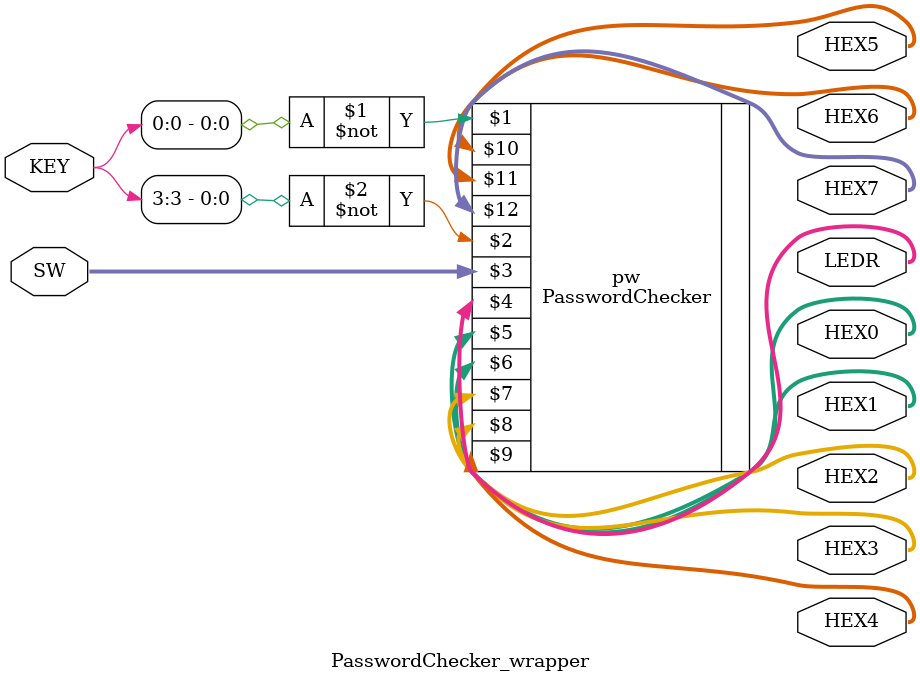
<source format=sv>
module PasswordChecker_wrapper(input  logic [3:0] KEY,
							   input  logic [17:0] SW,
							   output logic [17:0] LEDR,
							   output logic [6:0] HEX0, HEX1, HEX2, HEX3, HEX4, HEX5, HEX6, HEX7);

PasswordChecker pw(~KEY[0], ~KEY[3], SW, LEDR, HEX0, HEX1, HEX2, HEX3, HEX4, HEX5, HEX6, HEX7);
							   
endmodule
</source>
